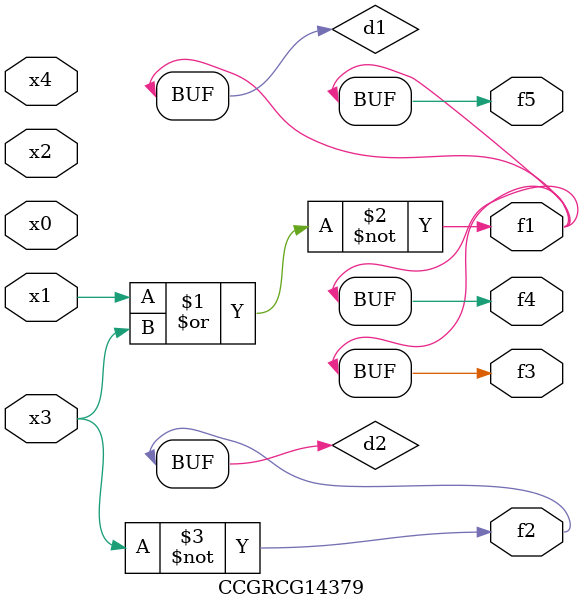
<source format=v>
module CCGRCG14379(
	input x0, x1, x2, x3, x4,
	output f1, f2, f3, f4, f5
);

	wire d1, d2;

	nor (d1, x1, x3);
	not (d2, x3);
	assign f1 = d1;
	assign f2 = d2;
	assign f3 = d1;
	assign f4 = d1;
	assign f5 = d1;
endmodule

</source>
